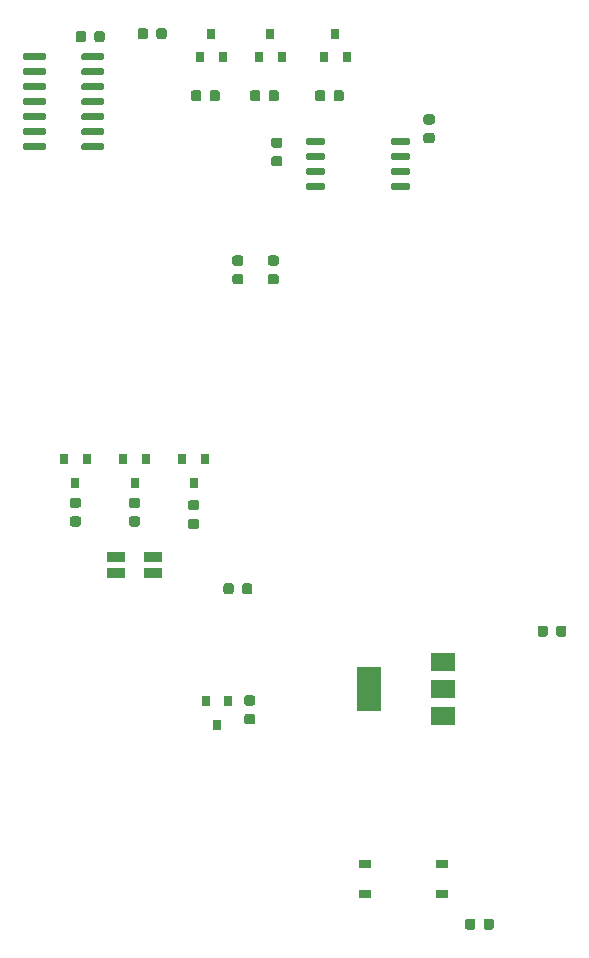
<source format=gbr>
%TF.GenerationSoftware,KiCad,Pcbnew,5.1.6-1.fc32*%
%TF.CreationDate,2021-02-06T18:10:13+01:00*%
%TF.ProjectId,acnode-nucleo144,61636e6f-6465-42d6-9e75-636c656f3134,rev?*%
%TF.SameCoordinates,Original*%
%TF.FileFunction,Paste,Top*%
%TF.FilePolarity,Positive*%
%FSLAX46Y46*%
G04 Gerber Fmt 4.6, Leading zero omitted, Abs format (unit mm)*
G04 Created by KiCad (PCBNEW 5.1.6-1.fc32) date 2021-02-06 18:10:13*
%MOMM*%
%LPD*%
G01*
G04 APERTURE LIST*
%ADD10R,1.000000X0.800000*%
%ADD11R,1.500000X0.900000*%
%ADD12R,0.800000X0.900000*%
%ADD13R,2.000000X1.500000*%
%ADD14R,2.000000X3.800000*%
G04 APERTURE END LIST*
%TO.C,U3*%
G36*
G01*
X160708000Y-88277500D02*
X160708000Y-87977500D01*
G75*
G02*
X160858000Y-87827500I150000J0D01*
G01*
X162158000Y-87827500D01*
G75*
G02*
X162308000Y-87977500I0J-150000D01*
G01*
X162308000Y-88277500D01*
G75*
G02*
X162158000Y-88427500I-150000J0D01*
G01*
X160858000Y-88427500D01*
G75*
G02*
X160708000Y-88277500I0J150000D01*
G01*
G37*
G36*
G01*
X160708000Y-89547500D02*
X160708000Y-89247500D01*
G75*
G02*
X160858000Y-89097500I150000J0D01*
G01*
X162158000Y-89097500D01*
G75*
G02*
X162308000Y-89247500I0J-150000D01*
G01*
X162308000Y-89547500D01*
G75*
G02*
X162158000Y-89697500I-150000J0D01*
G01*
X160858000Y-89697500D01*
G75*
G02*
X160708000Y-89547500I0J150000D01*
G01*
G37*
G36*
G01*
X160708000Y-90817500D02*
X160708000Y-90517500D01*
G75*
G02*
X160858000Y-90367500I150000J0D01*
G01*
X162158000Y-90367500D01*
G75*
G02*
X162308000Y-90517500I0J-150000D01*
G01*
X162308000Y-90817500D01*
G75*
G02*
X162158000Y-90967500I-150000J0D01*
G01*
X160858000Y-90967500D01*
G75*
G02*
X160708000Y-90817500I0J150000D01*
G01*
G37*
G36*
G01*
X160708000Y-92087500D02*
X160708000Y-91787500D01*
G75*
G02*
X160858000Y-91637500I150000J0D01*
G01*
X162158000Y-91637500D01*
G75*
G02*
X162308000Y-91787500I0J-150000D01*
G01*
X162308000Y-92087500D01*
G75*
G02*
X162158000Y-92237500I-150000J0D01*
G01*
X160858000Y-92237500D01*
G75*
G02*
X160708000Y-92087500I0J150000D01*
G01*
G37*
G36*
G01*
X153508000Y-92087500D02*
X153508000Y-91787500D01*
G75*
G02*
X153658000Y-91637500I150000J0D01*
G01*
X154958000Y-91637500D01*
G75*
G02*
X155108000Y-91787500I0J-150000D01*
G01*
X155108000Y-92087500D01*
G75*
G02*
X154958000Y-92237500I-150000J0D01*
G01*
X153658000Y-92237500D01*
G75*
G02*
X153508000Y-92087500I0J150000D01*
G01*
G37*
G36*
G01*
X153508000Y-90817500D02*
X153508000Y-90517500D01*
G75*
G02*
X153658000Y-90367500I150000J0D01*
G01*
X154958000Y-90367500D01*
G75*
G02*
X155108000Y-90517500I0J-150000D01*
G01*
X155108000Y-90817500D01*
G75*
G02*
X154958000Y-90967500I-150000J0D01*
G01*
X153658000Y-90967500D01*
G75*
G02*
X153508000Y-90817500I0J150000D01*
G01*
G37*
G36*
G01*
X153508000Y-89547500D02*
X153508000Y-89247500D01*
G75*
G02*
X153658000Y-89097500I150000J0D01*
G01*
X154958000Y-89097500D01*
G75*
G02*
X155108000Y-89247500I0J-150000D01*
G01*
X155108000Y-89547500D01*
G75*
G02*
X154958000Y-89697500I-150000J0D01*
G01*
X153658000Y-89697500D01*
G75*
G02*
X153508000Y-89547500I0J150000D01*
G01*
G37*
G36*
G01*
X153508000Y-88277500D02*
X153508000Y-87977500D01*
G75*
G02*
X153658000Y-87827500I150000J0D01*
G01*
X154958000Y-87827500D01*
G75*
G02*
X155108000Y-87977500I0J-150000D01*
G01*
X155108000Y-88277500D01*
G75*
G02*
X154958000Y-88427500I-150000J0D01*
G01*
X153658000Y-88427500D01*
G75*
G02*
X153508000Y-88277500I0J150000D01*
G01*
G37*
%TD*%
%TO.C,R2*%
G36*
G01*
X151306250Y-88666500D02*
X150793750Y-88666500D01*
G75*
G02*
X150575000Y-88447750I0J218750D01*
G01*
X150575000Y-88010250D01*
G75*
G02*
X150793750Y-87791500I218750J0D01*
G01*
X151306250Y-87791500D01*
G75*
G02*
X151525000Y-88010250I0J-218750D01*
G01*
X151525000Y-88447750D01*
G75*
G02*
X151306250Y-88666500I-218750J0D01*
G01*
G37*
G36*
G01*
X151306250Y-90241500D02*
X150793750Y-90241500D01*
G75*
G02*
X150575000Y-90022750I0J218750D01*
G01*
X150575000Y-89585250D01*
G75*
G02*
X150793750Y-89366500I218750J0D01*
G01*
X151306250Y-89366500D01*
G75*
G02*
X151525000Y-89585250I0J-218750D01*
G01*
X151525000Y-90022750D01*
G75*
G02*
X151306250Y-90241500I-218750J0D01*
G01*
G37*
%TD*%
%TO.C,C2*%
G36*
G01*
X163684250Y-87398000D02*
X164196750Y-87398000D01*
G75*
G02*
X164415500Y-87616750I0J-218750D01*
G01*
X164415500Y-88054250D01*
G75*
G02*
X164196750Y-88273000I-218750J0D01*
G01*
X163684250Y-88273000D01*
G75*
G02*
X163465500Y-88054250I0J218750D01*
G01*
X163465500Y-87616750D01*
G75*
G02*
X163684250Y-87398000I218750J0D01*
G01*
G37*
G36*
G01*
X163684250Y-85823000D02*
X164196750Y-85823000D01*
G75*
G02*
X164415500Y-86041750I0J-218750D01*
G01*
X164415500Y-86479250D01*
G75*
G02*
X164196750Y-86698000I-218750J0D01*
G01*
X163684250Y-86698000D01*
G75*
G02*
X163465500Y-86479250I0J218750D01*
G01*
X163465500Y-86041750D01*
G75*
G02*
X163684250Y-85823000I218750J0D01*
G01*
G37*
%TD*%
D10*
%TO.C,U4*%
X165050000Y-149330000D03*
X158550000Y-149330000D03*
X158550000Y-151870000D03*
X165050000Y-151870000D03*
%TD*%
D11*
%TO.C,D1*%
X140550000Y-124700000D03*
X140550000Y-123300000D03*
X137450000Y-124700000D03*
X137450000Y-123300000D03*
%TD*%
%TO.C,U1*%
G36*
G01*
X134500000Y-81090000D02*
X134500000Y-80790000D01*
G75*
G02*
X134650000Y-80640000I150000J0D01*
G01*
X136300000Y-80640000D01*
G75*
G02*
X136450000Y-80790000I0J-150000D01*
G01*
X136450000Y-81090000D01*
G75*
G02*
X136300000Y-81240000I-150000J0D01*
G01*
X134650000Y-81240000D01*
G75*
G02*
X134500000Y-81090000I0J150000D01*
G01*
G37*
G36*
G01*
X134500000Y-82360000D02*
X134500000Y-82060000D01*
G75*
G02*
X134650000Y-81910000I150000J0D01*
G01*
X136300000Y-81910000D01*
G75*
G02*
X136450000Y-82060000I0J-150000D01*
G01*
X136450000Y-82360000D01*
G75*
G02*
X136300000Y-82510000I-150000J0D01*
G01*
X134650000Y-82510000D01*
G75*
G02*
X134500000Y-82360000I0J150000D01*
G01*
G37*
G36*
G01*
X134500000Y-83630000D02*
X134500000Y-83330000D01*
G75*
G02*
X134650000Y-83180000I150000J0D01*
G01*
X136300000Y-83180000D01*
G75*
G02*
X136450000Y-83330000I0J-150000D01*
G01*
X136450000Y-83630000D01*
G75*
G02*
X136300000Y-83780000I-150000J0D01*
G01*
X134650000Y-83780000D01*
G75*
G02*
X134500000Y-83630000I0J150000D01*
G01*
G37*
G36*
G01*
X134500000Y-84900000D02*
X134500000Y-84600000D01*
G75*
G02*
X134650000Y-84450000I150000J0D01*
G01*
X136300000Y-84450000D01*
G75*
G02*
X136450000Y-84600000I0J-150000D01*
G01*
X136450000Y-84900000D01*
G75*
G02*
X136300000Y-85050000I-150000J0D01*
G01*
X134650000Y-85050000D01*
G75*
G02*
X134500000Y-84900000I0J150000D01*
G01*
G37*
G36*
G01*
X134500000Y-86170000D02*
X134500000Y-85870000D01*
G75*
G02*
X134650000Y-85720000I150000J0D01*
G01*
X136300000Y-85720000D01*
G75*
G02*
X136450000Y-85870000I0J-150000D01*
G01*
X136450000Y-86170000D01*
G75*
G02*
X136300000Y-86320000I-150000J0D01*
G01*
X134650000Y-86320000D01*
G75*
G02*
X134500000Y-86170000I0J150000D01*
G01*
G37*
G36*
G01*
X134500000Y-87440000D02*
X134500000Y-87140000D01*
G75*
G02*
X134650000Y-86990000I150000J0D01*
G01*
X136300000Y-86990000D01*
G75*
G02*
X136450000Y-87140000I0J-150000D01*
G01*
X136450000Y-87440000D01*
G75*
G02*
X136300000Y-87590000I-150000J0D01*
G01*
X134650000Y-87590000D01*
G75*
G02*
X134500000Y-87440000I0J150000D01*
G01*
G37*
G36*
G01*
X134500000Y-88710000D02*
X134500000Y-88410000D01*
G75*
G02*
X134650000Y-88260000I150000J0D01*
G01*
X136300000Y-88260000D01*
G75*
G02*
X136450000Y-88410000I0J-150000D01*
G01*
X136450000Y-88710000D01*
G75*
G02*
X136300000Y-88860000I-150000J0D01*
G01*
X134650000Y-88860000D01*
G75*
G02*
X134500000Y-88710000I0J150000D01*
G01*
G37*
G36*
G01*
X129550000Y-88710000D02*
X129550000Y-88410000D01*
G75*
G02*
X129700000Y-88260000I150000J0D01*
G01*
X131350000Y-88260000D01*
G75*
G02*
X131500000Y-88410000I0J-150000D01*
G01*
X131500000Y-88710000D01*
G75*
G02*
X131350000Y-88860000I-150000J0D01*
G01*
X129700000Y-88860000D01*
G75*
G02*
X129550000Y-88710000I0J150000D01*
G01*
G37*
G36*
G01*
X129550000Y-87440000D02*
X129550000Y-87140000D01*
G75*
G02*
X129700000Y-86990000I150000J0D01*
G01*
X131350000Y-86990000D01*
G75*
G02*
X131500000Y-87140000I0J-150000D01*
G01*
X131500000Y-87440000D01*
G75*
G02*
X131350000Y-87590000I-150000J0D01*
G01*
X129700000Y-87590000D01*
G75*
G02*
X129550000Y-87440000I0J150000D01*
G01*
G37*
G36*
G01*
X129550000Y-86170000D02*
X129550000Y-85870000D01*
G75*
G02*
X129700000Y-85720000I150000J0D01*
G01*
X131350000Y-85720000D01*
G75*
G02*
X131500000Y-85870000I0J-150000D01*
G01*
X131500000Y-86170000D01*
G75*
G02*
X131350000Y-86320000I-150000J0D01*
G01*
X129700000Y-86320000D01*
G75*
G02*
X129550000Y-86170000I0J150000D01*
G01*
G37*
G36*
G01*
X129550000Y-84900000D02*
X129550000Y-84600000D01*
G75*
G02*
X129700000Y-84450000I150000J0D01*
G01*
X131350000Y-84450000D01*
G75*
G02*
X131500000Y-84600000I0J-150000D01*
G01*
X131500000Y-84900000D01*
G75*
G02*
X131350000Y-85050000I-150000J0D01*
G01*
X129700000Y-85050000D01*
G75*
G02*
X129550000Y-84900000I0J150000D01*
G01*
G37*
G36*
G01*
X129550000Y-83630000D02*
X129550000Y-83330000D01*
G75*
G02*
X129700000Y-83180000I150000J0D01*
G01*
X131350000Y-83180000D01*
G75*
G02*
X131500000Y-83330000I0J-150000D01*
G01*
X131500000Y-83630000D01*
G75*
G02*
X131350000Y-83780000I-150000J0D01*
G01*
X129700000Y-83780000D01*
G75*
G02*
X129550000Y-83630000I0J150000D01*
G01*
G37*
G36*
G01*
X129550000Y-82360000D02*
X129550000Y-82060000D01*
G75*
G02*
X129700000Y-81910000I150000J0D01*
G01*
X131350000Y-81910000D01*
G75*
G02*
X131500000Y-82060000I0J-150000D01*
G01*
X131500000Y-82360000D01*
G75*
G02*
X131350000Y-82510000I-150000J0D01*
G01*
X129700000Y-82510000D01*
G75*
G02*
X129550000Y-82360000I0J150000D01*
G01*
G37*
G36*
G01*
X129550000Y-81090000D02*
X129550000Y-80790000D01*
G75*
G02*
X129700000Y-80640000I150000J0D01*
G01*
X131350000Y-80640000D01*
G75*
G02*
X131500000Y-80790000I0J-150000D01*
G01*
X131500000Y-81090000D01*
G75*
G02*
X131350000Y-81240000I-150000J0D01*
G01*
X129700000Y-81240000D01*
G75*
G02*
X129550000Y-81090000I0J150000D01*
G01*
G37*
%TD*%
%TO.C,R14*%
G36*
G01*
X148100000Y-126256250D02*
X148100000Y-125743750D01*
G75*
G02*
X148318750Y-125525000I218750J0D01*
G01*
X148756250Y-125525000D01*
G75*
G02*
X148975000Y-125743750I0J-218750D01*
G01*
X148975000Y-126256250D01*
G75*
G02*
X148756250Y-126475000I-218750J0D01*
G01*
X148318750Y-126475000D01*
G75*
G02*
X148100000Y-126256250I0J218750D01*
G01*
G37*
G36*
G01*
X146525000Y-126256250D02*
X146525000Y-125743750D01*
G75*
G02*
X146743750Y-125525000I218750J0D01*
G01*
X147181250Y-125525000D01*
G75*
G02*
X147400000Y-125743750I0J-218750D01*
G01*
X147400000Y-126256250D01*
G75*
G02*
X147181250Y-126475000I-218750J0D01*
G01*
X146743750Y-126475000D01*
G75*
G02*
X146525000Y-126256250I0J218750D01*
G01*
G37*
%TD*%
%TO.C,R13*%
G36*
G01*
X151006250Y-98650000D02*
X150493750Y-98650000D01*
G75*
G02*
X150275000Y-98431250I0J218750D01*
G01*
X150275000Y-97993750D01*
G75*
G02*
X150493750Y-97775000I218750J0D01*
G01*
X151006250Y-97775000D01*
G75*
G02*
X151225000Y-97993750I0J-218750D01*
G01*
X151225000Y-98431250D01*
G75*
G02*
X151006250Y-98650000I-218750J0D01*
G01*
G37*
G36*
G01*
X151006250Y-100225000D02*
X150493750Y-100225000D01*
G75*
G02*
X150275000Y-100006250I0J218750D01*
G01*
X150275000Y-99568750D01*
G75*
G02*
X150493750Y-99350000I218750J0D01*
G01*
X151006250Y-99350000D01*
G75*
G02*
X151225000Y-99568750I0J-218750D01*
G01*
X151225000Y-100006250D01*
G75*
G02*
X151006250Y-100225000I-218750J0D01*
G01*
G37*
%TD*%
%TO.C,R12*%
G36*
G01*
X148006250Y-98650000D02*
X147493750Y-98650000D01*
G75*
G02*
X147275000Y-98431250I0J218750D01*
G01*
X147275000Y-97993750D01*
G75*
G02*
X147493750Y-97775000I218750J0D01*
G01*
X148006250Y-97775000D01*
G75*
G02*
X148225000Y-97993750I0J-218750D01*
G01*
X148225000Y-98431250D01*
G75*
G02*
X148006250Y-98650000I-218750J0D01*
G01*
G37*
G36*
G01*
X148006250Y-100225000D02*
X147493750Y-100225000D01*
G75*
G02*
X147275000Y-100006250I0J218750D01*
G01*
X147275000Y-99568750D01*
G75*
G02*
X147493750Y-99350000I218750J0D01*
G01*
X148006250Y-99350000D01*
G75*
G02*
X148225000Y-99568750I0J-218750D01*
G01*
X148225000Y-100006250D01*
G75*
G02*
X148006250Y-100225000I-218750J0D01*
G01*
G37*
%TD*%
%TO.C,R11*%
G36*
G01*
X168550000Y-154656250D02*
X168550000Y-154143750D01*
G75*
G02*
X168768750Y-153925000I218750J0D01*
G01*
X169206250Y-153925000D01*
G75*
G02*
X169425000Y-154143750I0J-218750D01*
G01*
X169425000Y-154656250D01*
G75*
G02*
X169206250Y-154875000I-218750J0D01*
G01*
X168768750Y-154875000D01*
G75*
G02*
X168550000Y-154656250I0J218750D01*
G01*
G37*
G36*
G01*
X166975000Y-154656250D02*
X166975000Y-154143750D01*
G75*
G02*
X167193750Y-153925000I218750J0D01*
G01*
X167631250Y-153925000D01*
G75*
G02*
X167850000Y-154143750I0J-218750D01*
G01*
X167850000Y-154656250D01*
G75*
G02*
X167631250Y-154875000I-218750J0D01*
G01*
X167193750Y-154875000D01*
G75*
G02*
X166975000Y-154656250I0J218750D01*
G01*
G37*
%TD*%
%TO.C,R10*%
G36*
G01*
X174695600Y-129847050D02*
X174695600Y-129334550D01*
G75*
G02*
X174914350Y-129115800I218750J0D01*
G01*
X175351850Y-129115800D01*
G75*
G02*
X175570600Y-129334550I0J-218750D01*
G01*
X175570600Y-129847050D01*
G75*
G02*
X175351850Y-130065800I-218750J0D01*
G01*
X174914350Y-130065800D01*
G75*
G02*
X174695600Y-129847050I0J218750D01*
G01*
G37*
G36*
G01*
X173120600Y-129847050D02*
X173120600Y-129334550D01*
G75*
G02*
X173339350Y-129115800I218750J0D01*
G01*
X173776850Y-129115800D01*
G75*
G02*
X173995600Y-129334550I0J-218750D01*
G01*
X173995600Y-129847050D01*
G75*
G02*
X173776850Y-130065800I-218750J0D01*
G01*
X173339350Y-130065800D01*
G75*
G02*
X173120600Y-129847050I0J218750D01*
G01*
G37*
%TD*%
%TO.C,R9*%
G36*
G01*
X148493750Y-136600000D02*
X149006250Y-136600000D01*
G75*
G02*
X149225000Y-136818750I0J-218750D01*
G01*
X149225000Y-137256250D01*
G75*
G02*
X149006250Y-137475000I-218750J0D01*
G01*
X148493750Y-137475000D01*
G75*
G02*
X148275000Y-137256250I0J218750D01*
G01*
X148275000Y-136818750D01*
G75*
G02*
X148493750Y-136600000I218750J0D01*
G01*
G37*
G36*
G01*
X148493750Y-135025000D02*
X149006250Y-135025000D01*
G75*
G02*
X149225000Y-135243750I0J-218750D01*
G01*
X149225000Y-135681250D01*
G75*
G02*
X149006250Y-135900000I-218750J0D01*
G01*
X148493750Y-135900000D01*
G75*
G02*
X148275000Y-135681250I0J218750D01*
G01*
X148275000Y-135243750D01*
G75*
G02*
X148493750Y-135025000I218750J0D01*
G01*
G37*
%TD*%
%TO.C,R8*%
G36*
G01*
X145350000Y-84506250D02*
X145350000Y-83993750D01*
G75*
G02*
X145568750Y-83775000I218750J0D01*
G01*
X146006250Y-83775000D01*
G75*
G02*
X146225000Y-83993750I0J-218750D01*
G01*
X146225000Y-84506250D01*
G75*
G02*
X146006250Y-84725000I-218750J0D01*
G01*
X145568750Y-84725000D01*
G75*
G02*
X145350000Y-84506250I0J218750D01*
G01*
G37*
G36*
G01*
X143775000Y-84506250D02*
X143775000Y-83993750D01*
G75*
G02*
X143993750Y-83775000I218750J0D01*
G01*
X144431250Y-83775000D01*
G75*
G02*
X144650000Y-83993750I0J-218750D01*
G01*
X144650000Y-84506250D01*
G75*
G02*
X144431250Y-84725000I-218750J0D01*
G01*
X143993750Y-84725000D01*
G75*
G02*
X143775000Y-84506250I0J218750D01*
G01*
G37*
%TD*%
%TO.C,R7*%
G36*
G01*
X150350000Y-84506250D02*
X150350000Y-83993750D01*
G75*
G02*
X150568750Y-83775000I218750J0D01*
G01*
X151006250Y-83775000D01*
G75*
G02*
X151225000Y-83993750I0J-218750D01*
G01*
X151225000Y-84506250D01*
G75*
G02*
X151006250Y-84725000I-218750J0D01*
G01*
X150568750Y-84725000D01*
G75*
G02*
X150350000Y-84506250I0J218750D01*
G01*
G37*
G36*
G01*
X148775000Y-84506250D02*
X148775000Y-83993750D01*
G75*
G02*
X148993750Y-83775000I218750J0D01*
G01*
X149431250Y-83775000D01*
G75*
G02*
X149650000Y-83993750I0J-218750D01*
G01*
X149650000Y-84506250D01*
G75*
G02*
X149431250Y-84725000I-218750J0D01*
G01*
X148993750Y-84725000D01*
G75*
G02*
X148775000Y-84506250I0J218750D01*
G01*
G37*
%TD*%
%TO.C,R6*%
G36*
G01*
X155850000Y-84506250D02*
X155850000Y-83993750D01*
G75*
G02*
X156068750Y-83775000I218750J0D01*
G01*
X156506250Y-83775000D01*
G75*
G02*
X156725000Y-83993750I0J-218750D01*
G01*
X156725000Y-84506250D01*
G75*
G02*
X156506250Y-84725000I-218750J0D01*
G01*
X156068750Y-84725000D01*
G75*
G02*
X155850000Y-84506250I0J218750D01*
G01*
G37*
G36*
G01*
X154275000Y-84506250D02*
X154275000Y-83993750D01*
G75*
G02*
X154493750Y-83775000I218750J0D01*
G01*
X154931250Y-83775000D01*
G75*
G02*
X155150000Y-83993750I0J-218750D01*
G01*
X155150000Y-84506250D01*
G75*
G02*
X154931250Y-84725000I-218750J0D01*
G01*
X154493750Y-84725000D01*
G75*
G02*
X154275000Y-84506250I0J218750D01*
G01*
G37*
%TD*%
%TO.C,R5*%
G36*
G01*
X144256250Y-119362500D02*
X143743750Y-119362500D01*
G75*
G02*
X143525000Y-119143750I0J218750D01*
G01*
X143525000Y-118706250D01*
G75*
G02*
X143743750Y-118487500I218750J0D01*
G01*
X144256250Y-118487500D01*
G75*
G02*
X144475000Y-118706250I0J-218750D01*
G01*
X144475000Y-119143750D01*
G75*
G02*
X144256250Y-119362500I-218750J0D01*
G01*
G37*
G36*
G01*
X144256250Y-120937500D02*
X143743750Y-120937500D01*
G75*
G02*
X143525000Y-120718750I0J218750D01*
G01*
X143525000Y-120281250D01*
G75*
G02*
X143743750Y-120062500I218750J0D01*
G01*
X144256250Y-120062500D01*
G75*
G02*
X144475000Y-120281250I0J-218750D01*
G01*
X144475000Y-120718750D01*
G75*
G02*
X144256250Y-120937500I-218750J0D01*
G01*
G37*
%TD*%
%TO.C,R4*%
G36*
G01*
X139256250Y-119150000D02*
X138743750Y-119150000D01*
G75*
G02*
X138525000Y-118931250I0J218750D01*
G01*
X138525000Y-118493750D01*
G75*
G02*
X138743750Y-118275000I218750J0D01*
G01*
X139256250Y-118275000D01*
G75*
G02*
X139475000Y-118493750I0J-218750D01*
G01*
X139475000Y-118931250D01*
G75*
G02*
X139256250Y-119150000I-218750J0D01*
G01*
G37*
G36*
G01*
X139256250Y-120725000D02*
X138743750Y-120725000D01*
G75*
G02*
X138525000Y-120506250I0J218750D01*
G01*
X138525000Y-120068750D01*
G75*
G02*
X138743750Y-119850000I218750J0D01*
G01*
X139256250Y-119850000D01*
G75*
G02*
X139475000Y-120068750I0J-218750D01*
G01*
X139475000Y-120506250D01*
G75*
G02*
X139256250Y-120725000I-218750J0D01*
G01*
G37*
%TD*%
%TO.C,R3*%
G36*
G01*
X134256250Y-119150000D02*
X133743750Y-119150000D01*
G75*
G02*
X133525000Y-118931250I0J218750D01*
G01*
X133525000Y-118493750D01*
G75*
G02*
X133743750Y-118275000I218750J0D01*
G01*
X134256250Y-118275000D01*
G75*
G02*
X134475000Y-118493750I0J-218750D01*
G01*
X134475000Y-118931250D01*
G75*
G02*
X134256250Y-119150000I-218750J0D01*
G01*
G37*
G36*
G01*
X134256250Y-120725000D02*
X133743750Y-120725000D01*
G75*
G02*
X133525000Y-120506250I0J218750D01*
G01*
X133525000Y-120068750D01*
G75*
G02*
X133743750Y-119850000I218750J0D01*
G01*
X134256250Y-119850000D01*
G75*
G02*
X134475000Y-120068750I0J-218750D01*
G01*
X134475000Y-120506250D01*
G75*
G02*
X134256250Y-120725000I-218750J0D01*
G01*
G37*
%TD*%
%TO.C,R1*%
G36*
G01*
X140150000Y-78743750D02*
X140150000Y-79256250D01*
G75*
G02*
X139931250Y-79475000I-218750J0D01*
G01*
X139493750Y-79475000D01*
G75*
G02*
X139275000Y-79256250I0J218750D01*
G01*
X139275000Y-78743750D01*
G75*
G02*
X139493750Y-78525000I218750J0D01*
G01*
X139931250Y-78525000D01*
G75*
G02*
X140150000Y-78743750I0J-218750D01*
G01*
G37*
G36*
G01*
X141725000Y-78743750D02*
X141725000Y-79256250D01*
G75*
G02*
X141506250Y-79475000I-218750J0D01*
G01*
X141068750Y-79475000D01*
G75*
G02*
X140850000Y-79256250I0J218750D01*
G01*
X140850000Y-78743750D01*
G75*
G02*
X141068750Y-78525000I218750J0D01*
G01*
X141506250Y-78525000D01*
G75*
G02*
X141725000Y-78743750I0J-218750D01*
G01*
G37*
%TD*%
D12*
%TO.C,Q8*%
X146000000Y-137500000D03*
X145050000Y-135500000D03*
X146950000Y-135500000D03*
%TD*%
D13*
%TO.C,Q7*%
X165150000Y-136800000D03*
X165150000Y-132200000D03*
X165150000Y-134500000D03*
D14*
X158850000Y-134500000D03*
%TD*%
D12*
%TO.C,Q6*%
X144000000Y-117000000D03*
X143050000Y-115000000D03*
X144950000Y-115000000D03*
%TD*%
%TO.C,Q5*%
X139000000Y-117000000D03*
X138050000Y-115000000D03*
X139950000Y-115000000D03*
%TD*%
%TO.C,Q4*%
X134000000Y-117000000D03*
X133050000Y-115000000D03*
X134950000Y-115000000D03*
%TD*%
%TO.C,Q3*%
X145500000Y-79000000D03*
X146450000Y-81000000D03*
X144550000Y-81000000D03*
%TD*%
%TO.C,Q2*%
X150500000Y-79000000D03*
X151450000Y-81000000D03*
X149550000Y-81000000D03*
%TD*%
%TO.C,Q1*%
X156000000Y-79000000D03*
X156950000Y-81000000D03*
X155050000Y-81000000D03*
%TD*%
%TO.C,C1*%
G36*
G01*
X134900000Y-78993750D02*
X134900000Y-79506250D01*
G75*
G02*
X134681250Y-79725000I-218750J0D01*
G01*
X134243750Y-79725000D01*
G75*
G02*
X134025000Y-79506250I0J218750D01*
G01*
X134025000Y-78993750D01*
G75*
G02*
X134243750Y-78775000I218750J0D01*
G01*
X134681250Y-78775000D01*
G75*
G02*
X134900000Y-78993750I0J-218750D01*
G01*
G37*
G36*
G01*
X136475000Y-78993750D02*
X136475000Y-79506250D01*
G75*
G02*
X136256250Y-79725000I-218750J0D01*
G01*
X135818750Y-79725000D01*
G75*
G02*
X135600000Y-79506250I0J218750D01*
G01*
X135600000Y-78993750D01*
G75*
G02*
X135818750Y-78775000I218750J0D01*
G01*
X136256250Y-78775000D01*
G75*
G02*
X136475000Y-78993750I0J-218750D01*
G01*
G37*
%TD*%
M02*

</source>
